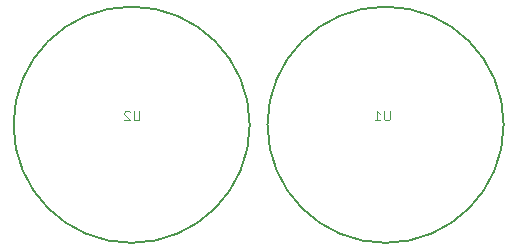
<source format=gbo>
%TF.GenerationSoftware,KiCad,Pcbnew,8.0.2-1*%
%TF.CreationDate,2024-09-30T14:56:41+09:00*%
%TF.ProjectId,gas_nrf52832,6761735f-6e72-4663-9532-3833322e6b69,rev?*%
%TF.SameCoordinates,Original*%
%TF.FileFunction,Legend,Bot*%
%TF.FilePolarity,Positive*%
%FSLAX46Y46*%
G04 Gerber Fmt 4.6, Leading zero omitted, Abs format (unit mm)*
G04 Created by KiCad (PCBNEW 8.0.2-1) date 2024-09-30 14:56:41*
%MOMM*%
%LPD*%
G01*
G04 APERTURE LIST*
%ADD10C,0.125000*%
%ADD11C,0.200000*%
G04 APERTURE END LIST*
D10*
X105179523Y-93733595D02*
X105179523Y-94381214D01*
X105179523Y-94381214D02*
X105141428Y-94457404D01*
X105141428Y-94457404D02*
X105103333Y-94495500D01*
X105103333Y-94495500D02*
X105027142Y-94533595D01*
X105027142Y-94533595D02*
X104874761Y-94533595D01*
X104874761Y-94533595D02*
X104798571Y-94495500D01*
X104798571Y-94495500D02*
X104760476Y-94457404D01*
X104760476Y-94457404D02*
X104722380Y-94381214D01*
X104722380Y-94381214D02*
X104722380Y-93733595D01*
X104379524Y-93809785D02*
X104341428Y-93771690D01*
X104341428Y-93771690D02*
X104265238Y-93733595D01*
X104265238Y-93733595D02*
X104074762Y-93733595D01*
X104074762Y-93733595D02*
X103998571Y-93771690D01*
X103998571Y-93771690D02*
X103960476Y-93809785D01*
X103960476Y-93809785D02*
X103922381Y-93885976D01*
X103922381Y-93885976D02*
X103922381Y-93962166D01*
X103922381Y-93962166D02*
X103960476Y-94076452D01*
X103960476Y-94076452D02*
X104417619Y-94533595D01*
X104417619Y-94533595D02*
X103922381Y-94533595D01*
X126397023Y-93733595D02*
X126397023Y-94381214D01*
X126397023Y-94381214D02*
X126358928Y-94457404D01*
X126358928Y-94457404D02*
X126320833Y-94495500D01*
X126320833Y-94495500D02*
X126244642Y-94533595D01*
X126244642Y-94533595D02*
X126092261Y-94533595D01*
X126092261Y-94533595D02*
X126016071Y-94495500D01*
X126016071Y-94495500D02*
X125977976Y-94457404D01*
X125977976Y-94457404D02*
X125939880Y-94381214D01*
X125939880Y-94381214D02*
X125939880Y-93733595D01*
X125139881Y-94533595D02*
X125597024Y-94533595D01*
X125368452Y-94533595D02*
X125368452Y-93733595D01*
X125368452Y-93733595D02*
X125444643Y-93847880D01*
X125444643Y-93847880D02*
X125520833Y-93924071D01*
X125520833Y-93924071D02*
X125597024Y-93962166D01*
D11*
X114550000Y-94900000D02*
G75*
G02*
X94550000Y-94900000I-10000000J0D01*
G01*
X94550000Y-94900000D02*
G75*
G02*
X114550000Y-94900000I10000000J0D01*
G01*
X136050000Y-94900000D02*
G75*
G02*
X116050000Y-94900000I-10000000J0D01*
G01*
X116050000Y-94900000D02*
G75*
G02*
X136050000Y-94900000I10000000J0D01*
G01*
M02*

</source>
